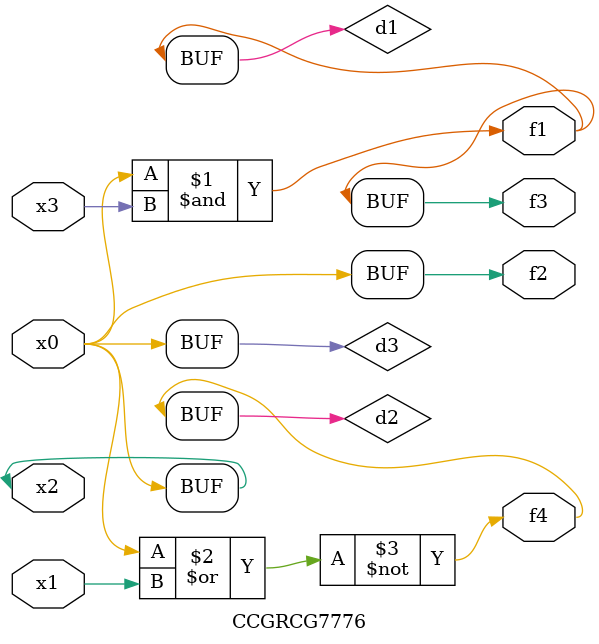
<source format=v>
module CCGRCG7776(
	input x0, x1, x2, x3,
	output f1, f2, f3, f4
);

	wire d1, d2, d3;

	and (d1, x2, x3);
	nor (d2, x0, x1);
	buf (d3, x0, x2);
	assign f1 = d1;
	assign f2 = d3;
	assign f3 = d1;
	assign f4 = d2;
endmodule

</source>
